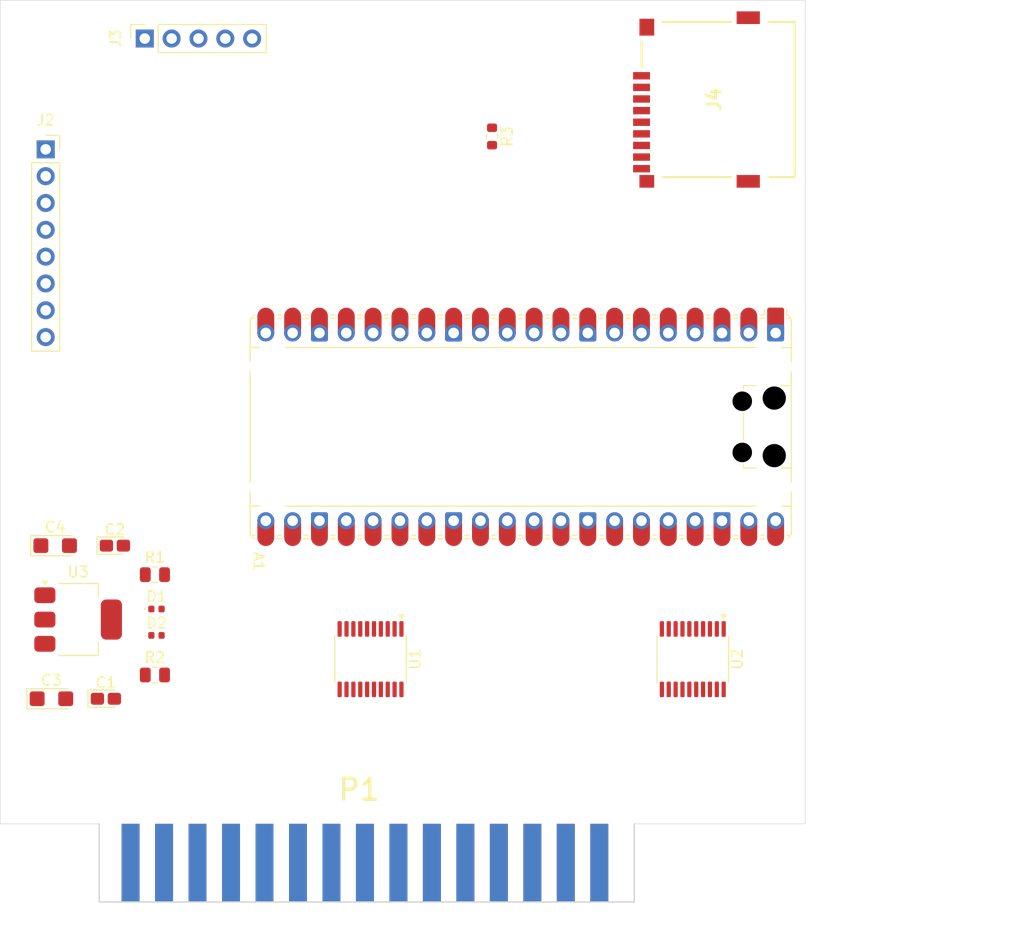
<source format=kicad_pcb>
(kicad_pcb (version 20241229) (generator "pcbnew") (generator_version "9.0")
  (layers (0 "F.Cu" signal) (2 "B.Cu" signal) (13 "F.Paste" user) (15 "B.Paste" user) (5 "F.SilkS" user "F.Silkscreen") (7 "B.SilkS" user "B.Silkscreen") (1 "F.Mask" user) (3 "B.Mask" user) (25 "Edge.Cuts" user))
  (net 0 "")
  (net 1 "A3")
  (net 2 "A2")
  (net 3 "IDREQ")
  (net 4 "D3")
  (net 5 "GND")
  (net 6 "A0")
  (net 7 "B_BTN")
  (net 8 "C_BTN")
  (net 10 "A1")
  (net 11 "CS_SD")
  (net 14 "+5V")
  (net 15 "BRD")
  (net 16 "A_BTN")
  (net 17 "CS_OLED")
  (net 18 "D5")
  (net 19 "D4")
  (net 20 "BWR")
  (net 21 "D6")
  (net 22 "{slash}IDREQ")
  (net 23 "OE_ACT")
  (net 25 "D2")
  (net 26 "SELECT")
  (net 27 "D7")
  (net 29 "D1")
  (net 30 "D0")
  (net 32 "IO0")
  (net 33 "IO3")
  (net 34 "ORES")
  (net 35 "IO5")
  (net 36 "IO1")
  (net 37 "IO4")
  (net 38 "IO7")
  (net 39 "IO2")
  (net 40 "IO6")
  (net 42 "MOSI")
  (net 44 "SCLK")
  (net 45 "MISO")
  (net 46 "IO A1")
  (net 48 "IO 8MHz")
  (net 49 "IO A3")
  (net 50 "IO A0")
  (net 51 "{slash}BRD")
  (net 52 "{slash}BWR")
  (net 53 "-12V")
  (net 54 "+12V")
  (net 55 "{slash}SELECT")
  (net 56 "{slash}ID REQ")
  (net 57 "IO A2")
  (net 58 "{slash}IO INT")
  (net 60 "{slash}BIO RES")
  (net 62 "ODC")
  (net 67 "Net-(D1-A)")
  (net 68 "Net-(D2-A)")
  (footprint "LED_SMD:LED_0402_1005Metric" (layer "F.Cu") (at 123.485 129.75)
    (property "Reference" "D1" (at 0 -1.17 0) (layer "F.SilkS"))
    (property "Value" "LED")
    (fp_circle (center -1.09 0) (end -1.04 0) (stroke (width 0.1)) (fill no) (layer "F.SilkS"))
    (pad "1" smd roundrect (at -0.485 0) (size 0.59 0.64) (layers "F.Cu" "F.Mask" "F.Paste") (net 23 "OE_ACT"))
    (pad "2" smd roundrect (at 0.485 0) (size 0.59 0.64) (layers "F.Cu" "F.Mask" "F.Paste") (net 67 "Net-(D1-A)"))
  )
  (footprint "Package_SO:TSSOP-20_4.4x6.5mm_P0.65mm" (layer "F.Cu") (at 143.75 134.5 -90)
    (property "Reference" "U1" (at 0 -4.2 90) (layer "F.SilkS"))
    (property "Value" "TXS0108EPW")
    (fp_line (start 0 3.385) (end -2.2 3.385) (stroke (width 0.12)) (layer "F.SilkS"))
    (fp_line (start 0 3.385) (end 2.2 3.385) (stroke (width 0.12)) (layer "F.SilkS"))
    (fp_line (start 0 -3.385) (end -2.2 -3.385) (stroke (width 0.12)) (layer "F.SilkS"))
    (fp_line (start 0 -3.385) (end 2.2 -3.385) (stroke (width 0.12)) (layer "F.SilkS"))
    (fp_poly (pts (xy -3.86 -2.925) (xy -4.19 -2.685) (xy -4.19 -3.165)) (stroke (width 0.12)) (fill yes) (layer "F.SilkS"))
    (pad "1" smd roundrect (at -2.8625 -2.925 270) (size 1.475 0.4) (layers "F.Cu" "F.Mask" "F.Paste") (net 6 "A0"))
    (pad "2" smd roundrect (at -2.8625 -2.275 270) (size 1.475 0.4) (layers "F.Cu" "F.Mask" "F.Paste") (net 23 "OE_ACT"))
    (pad "3" smd roundrect (at -2.8625 -1.625 270) (size 1.475 0.4) (layers "F.Cu" "F.Mask" "F.Paste") (net 10 "A1"))
    (pad "4" smd roundrect (at -2.8625 -0.975 270) (size 1.475 0.4) (layers "F.Cu" "F.Mask" "F.Paste") (net 2 "A2"))
    (pad "5" smd roundrect (at -2.8625 -0.325 270) (size 1.475 0.4) (layers "F.Cu" "F.Mask" "F.Paste") (net 1 "A3"))
    (pad "6" smd roundrect (at -2.8625 0.325 270) (size 1.475 0.4) (layers "F.Cu" "F.Mask" "F.Paste") (net 26 "SELECT"))
    (pad "7" smd roundrect (at -2.8625 0.975 270) (size 1.475 0.4) (layers "F.Cu" "F.Mask" "F.Paste") (net 15 "BRD"))
    (pad "8" smd roundrect (at -2.8625 1.625 270) (size 1.475 0.4) (layers "F.Cu" "F.Mask" "F.Paste") (net 20 "BWR"))
    (pad "9" smd roundrect (at -2.8625 2.275 270) (size 1.475 0.4) (layers "F.Cu" "F.Mask" "F.Paste") (net 3 "IDREQ"))
    (pad "10" smd roundrect (at -2.8625 2.925 270) (size 1.475 0.4) (layers "F.Cu" "F.Mask" "F.Paste") (net 23 "OE_ACT"))
    (pad "11" smd roundrect (at 2.8625 2.925 270) (size 1.475 0.4) (layers "F.Cu" "F.Mask" "F.Paste") (net 5 "GND"))
    (pad "12" smd roundrect (at 2.8625 2.275 270) (size 1.475 0.4) (layers "F.Cu" "F.Mask" "F.Paste") (net 22 "{slash}IDREQ"))
    (pad "13" smd roundrect (at 2.8625 1.625 270) (size 1.475 0.4) (layers "F.Cu" "F.Mask" "F.Paste") (net 52 "{slash}BWR"))
    (pad "14" smd roundrect (at 2.8625 0.975 270) (size 1.475 0.4) (layers "F.Cu" "F.Mask" "F.Paste") (net 51 "{slash}BRD"))
    (pad "15" smd roundrect (at 2.8625 0.325 270) (size 1.475 0.4) (layers "F.Cu" "F.Mask" "F.Paste") (net 55 "{slash}SELECT"))
    (pad "16" smd roundrect (at 2.8625 -0.325 270) (size 1.475 0.4) (layers "F.Cu" "F.Mask" "F.Paste") (net 49 "IO A3"))
    (pad "17" smd roundrect (at 2.8625 -0.975 270) (size 1.475 0.4) (layers "F.Cu" "F.Mask" "F.Paste") (net 57 "IO A2"))
    (pad "18" smd roundrect (at 2.8625 -1.625 270) (size 1.475 0.4) (layers "F.Cu" "F.Mask" "F.Paste") (net 46 "IO A1"))
    (pad "19" smd roundrect (at 2.8625 -2.275 270) (size 1.475 0.4) (layers "F.Cu" "F.Mask" "F.Paste") (net 14 "+5V"))
    (pad "20" smd roundrect (at 2.8625 -2.925 270) (size 1.475 0.4) (layers "F.Cu" "F.Mask" "F.Paste") (net 50 "IO A0"))
  )
  (footprint "Connector_PinSocket_2.54mm:PinSocket_1x05_P2.54mm_Vertical" (layer "F.Cu") (at 122.38 75.725 90)
    (property "Reference" "J3" (at 0 -2.77 90) (layer "F.SilkS"))
    (property "Value" "Buttons")
    (fp_line (start 1.33 -1.33) (end 1.33 0) (stroke (width 0.12)) (layer "F.SilkS"))
    (fp_line (start 0 -1.33) (end 1.33 -1.33) (stroke (width 0.12)) (layer "F.SilkS"))
    (fp_line (start 1.33 1.27) (end 1.33 11.49) (stroke (width 0.12)) (layer "F.SilkS"))
    (fp_line (start -1.33 1.27) (end 1.33 1.27) (stroke (width 0.12)) (layer "F.SilkS"))
    (fp_line (start -1.33 1.27) (end -1.33 11.49) (stroke (width 0.12)) (layer "F.SilkS"))
    (fp_line (start -1.33 11.49) (end 1.33 11.49) (stroke (width 0.12)) (layer "F.SilkS"))
    (pad "1" thru_hole rect (at 0 0 90) (size 1.7 1.7) (drill 1) (layers "*.Cu" "*.Mask") (net 16 "A_BTN"))
    (pad "2" thru_hole circle (at 0 2.54 90) (size 1.7 1.7) (drill 1) (layers "*.Cu" "*.Mask") (net 7 "B_BTN"))
    (pad "3" thru_hole circle (at 0 5.08 90) (size 1.7 1.7) (drill 1) (layers "*.Cu" "*.Mask") (net 8 "C_BTN"))
    (pad "4" thru_hole circle (at 0 7.62 90) (size 1.7 1.7) (drill 1) (layers "*.Cu" "*.Mask") (net 23 "OE_ACT"))
    (pad "5" thru_hole circle (at 0 10.16 90) (size 1.7 1.7) (drill 1) (layers "*.Cu" "*.Mask") (net 5 "GND"))
  )
  (footprint "Connector_PinSocket_2.54mm:PinSocket_1x08_P2.54mm_Vertical" (layer "F.Cu") (at 113 86.22)
    (property "Reference" "J2" (at 0 -2.77 0) (layer "F.SilkS"))
    (property "Value" "OLED Display")
    (fp_line (start -1.33 1.27) (end -1.33 19.11) (stroke (width 0.12)) (layer "F.SilkS"))
    (fp_line (start -1.33 1.27) (end 1.33 1.27) (stroke (width 0.12)) (layer "F.SilkS"))
    (fp_line (start -1.33 19.11) (end 1.33 19.11) (stroke (width 0.12)) (layer "F.SilkS"))
    (fp_line (start 0 -1.33) (end 1.33 -1.33) (stroke (width 0.12)) (layer "F.SilkS"))
    (fp_line (start 1.33 -1.33) (end 1.33 0) (stroke (width 0.12)) (layer "F.SilkS"))
    (fp_line (start 1.33 1.27) (end 1.33 19.11) (stroke (width 0.12)) (layer "F.SilkS"))
    (pad "1" thru_hole rect (at 0 0) (size 1.7 1.7) (drill 1) (layers "*.Cu" "*.Mask") (net 5 "GND"))
    (pad "2" thru_hole circle (at 0 2.54) (size 1.7 1.7) (drill 1) (layers "*.Cu" "*.Mask") (net 23 "OE_ACT"))
    (pad "3" thru_hole circle (at 0 5.08) (size 1.7 1.7) (drill 1) (layers "*.Cu" "*.Mask") (net 44 "SCLK"))
    (pad "4" thru_hole circle (at 0 7.62) (size 1.7 1.7) (drill 1) (layers "*.Cu" "*.Mask") (net 42 "MOSI"))
    (pad "5" thru_hole circle (at 0 10.16) (size 1.7 1.7) (drill 1) (layers "*.Cu" "*.Mask") (net 34 "ORES"))
    (pad "6" thru_hole circle (at 0 12.7) (size 1.7 1.7) (drill 1) (layers "*.Cu" "*.Mask") (net 62 "ODC"))
    (pad "7" thru_hole circle (at 0 15.24) (size 1.7 1.7) (drill 1) (layers "*.Cu" "*.Mask") (net 17 "CS_OLED"))
    (pad "8" thru_hole circle (at 0 17.78) (size 1.7 1.7) (drill 1) (layers "*.Cu" "*.Mask"))
  )
  (footprint "Module:RaspberryPi_Pico_Common_Unspecified" (layer "F.Cu") (at 157.9625 112.5 -90)
    (property "Reference" "A1" (at 11.7475 24.765 270) (layer "F.SilkS") (effects (justify left)))
    (property "Value" "RaspberryPi_Pico_W")
    (fp_line (start -10 25.61) (end -6.162061 25.61) (stroke (width 0.12)) (layer "F.SilkS"))
    (fp_line (start -3.6 25.61) (end -5.237939 25.61) (stroke (width 0.12)) (layer "F.SilkS"))
    (fp_line (start 3.6 25.61) (end -3.6 25.61) (stroke (width 0.12)) (layer "F.SilkS"))
    (fp_line (start 5.237939 25.61) (end 3.6 25.61) (stroke (width 0.12)) (layer "F.SilkS"))
    (fp_line (start 6.162061 25.61) (end 10 25.61) (stroke (width 0.12)) (layer "F.SilkS"))
    (fp_line (start -10.27 25.189937) (end -10.27 25.547) (stroke (width 0.12)) (layer "F.SilkS"))
    (fp_line (start 10.27 25.189937) (end 10.27 25.547) (stroke (width 0.12)) (layer "F.SilkS"))
    (fp_line (start -7.51 24.69648) (end -7.51 25.61) (stroke (width 0.12)) (layer "F.SilkS"))
    (fp_line (start 7.51 24.69648) (end 7.51 25.61) (stroke (width 0.12)) (layer "F.SilkS"))
    (fp_line (start -10.61 22.65) (end -10.61 23.07) (stroke (width 0.12)) (layer "F.SilkS"))
    (fp_line (start -10.27 22.65) (end -10.27 23.07) (stroke (width 0.12)) (layer "F.SilkS"))
    (fp_line (start 10.27 22.65) (end 10.27 23.07) (stroke (width 0.12)) (layer "F.SilkS"))
    (fp_line (start 10.61 22.65) (end 10.61 23.07) (stroke (width 0.12)) (layer "F.SilkS"))
    (fp_line (start -10.61 20.11) (end -10.61 20.53) (stroke (width 0.12)) (layer "F.SilkS"))
    (fp_line (start -10.27 20.11) (end -10.27 20.53) (stroke (width 0.12)) (layer "F.SilkS"))
    (fp_line (start 10.27 20.11) (end 10.27 20.53) (stroke (width 0.12)) (layer "F.SilkS"))
    (fp_line (start 10.61 20.11) (end 10.61 20.53) (stroke (width 0.12)) (layer "F.SilkS"))
    (fp_line (start -10.61 17.57) (end -10.61 17.99) (stroke (width 0.12)) (layer "F.SilkS"))
    (fp_line (start -10.27 17.57) (end -10.27 17.99) (stroke (width 0.12)) (layer "F.SilkS"))
    (fp_line (start 10.27 17.57) (end 10.27 17.99) (stroke (width 0.12)) (layer "F.SilkS"))
    (fp_line (start 10.61 17.57) (end 10.61 17.99) (stroke (width 0.12)) (layer "F.SilkS"))
    (fp_line (start -10.61 15.03) (end -10.61 15.45) (stroke (width 0.12)) (layer "F.SilkS"))
    (fp_line (start -10.27 15.03) (end -10.27 15.45) (stroke (width 0.12)) (layer "F.SilkS"))
    (fp_line (start 10.27 15.03) (end 10.27 15.45) (stroke (width 0.12)) (layer "F.SilkS"))
    (fp_line (start 10.61 15.03) (end 10.61 15.45) (stroke (width 0.12)) (layer "F.SilkS"))
    (fp_line (start -10.61 12.49) (end -10.61 12.91) (stroke (width 0.12)) (layer "F.SilkS"))
    (fp_line (start -10.27 12.49) (end -10.27 12.91) (stroke (width 0.12)) (layer "F.SilkS"))
    (fp_line (start 10.27 12.49) (end 10.27 12.91) (stroke (width 0.12)) (layer "F.SilkS"))
    (fp_line (start 10.61 12.49) (end 10.61 12.91) (stroke (width 0.12)) (layer "F.SilkS"))
    (fp_line (start -10.61 9.95) (end -10.61 10.37) (stroke (width 0.12)) (layer "F.SilkS"))
    (fp_line (start -10.27 9.95) (end -10.27 10.37) (stroke (width 0.12)) (layer "F.SilkS"))
    (fp_line (start 10.27 9.95) (end 10.27 10.37) (stroke (width 0.12)) (layer "F.SilkS"))
    (fp_line (start 10.61 9.95) (end 10.61 10.37) (stroke (width 0.12)) (layer "F.SilkS"))
    (fp_line (start -10.61 7.41) (end -10.61 7.83) (stroke (width 0.12)) (layer "F.SilkS"))
    (fp_line (start -10.27 7.41) (end -10.27 7.83) (stroke (width 0.12)) (layer "F.SilkS"))
    (fp_line (start 10.27 7.41) (end 10.27 7.83) (stroke (width 0.12)) (layer "F.SilkS"))
    (fp_line (start 10.61 7.41) (end 10.61 7.83) (stroke (width 0.12)) (layer "F.SilkS"))
    (fp_line (start -10.61 4.87) (end -10.61 5.29) (stroke (width 0.12)) (layer "F.SilkS"))
    (fp_line (start -10.27 4.87) (end -10.27 5.29) (stroke (width 0.12)) (layer "F.SilkS"))
    (fp_line (start 10.27 4.87) (end 10.27 5.29) (stroke (width 0.12)) (layer "F.SilkS"))
    (fp_line (start 10.61 4.87) (end 10.61 5.29) (stroke (width 0.12)) (layer "F.SilkS"))
    (fp_line (start -10.61 2.33) (end -10.61 2.75) (stroke (width 0.12)) (layer "F.SilkS"))
    (fp_line (start -10.27 2.33) (end -10.27 2.75) (stroke (width 0.12)) (layer "F.SilkS"))
    (fp_line (start 10.27 2.33) (end 10.27 2.75) (stroke (width 0.12)) (layer "F.SilkS"))
    (fp_line (start 10.61 2.33) (end 10.61 2.75) (stroke (width 0.12)) (layer "F.SilkS"))
    (fp_line (start -10.61 -0.21) (end -10.61 0.21) (stroke (width 0.12)) (layer "F.SilkS"))
    (fp_line (start -10.27 -0.21) (end -10.27 0.21) (stroke (width 0.12)) (layer "F.SilkS"))
    (fp_line (start 10.27 -0.21) (end 10.27 0.21) (stroke (width 0.12)) (layer "F.SilkS"))
    (fp_line (start 10.61 -0.21) (end 10.61 0.21) (stroke (width 0.12)) (layer "F.SilkS"))
    (fp_line (start -10.61 -2.75) (end -10.61 -2.33) (stroke (width 0.12)) (layer "F.SilkS"))
    (fp_line (start -10.27 -2.75) (end -10.27 -2.33) (stroke (width 0.12)) (layer "F.SilkS"))
    (fp_line (start 10.27 -2.75) (end 10.27 -2.33) (stroke (width 0.12)) (layer "F.SilkS"))
    (fp_line (start 10.61 -2.75) (end 10.61 -2.33) (stroke (width 0.12)) (layer "F.SilkS"))
    (fp_line (start -10.61 -5.29) (end -10.61 -4.87) (stroke (width 0.12)) (layer "F.SilkS"))
    (fp_line (start -10.27 -5.29) (end -10.27 -4.87) (stroke (width 0.12)) (layer "F.SilkS"))
    (fp_line (start 10.27 -5.29) (end 10.27 -4.87) (stroke (width 0.12)) (layer "F.SilkS"))
    (fp_line (start 10.61 -5.29) (end 10.61 -4.87) (stroke (width 0.12)) (layer "F.SilkS"))
    (fp_line (start -10.61 -7.83) (end -10.61 -7.41) (stroke (width 0.12)) (layer "F.SilkS"))
    (fp_line (start -10.27 -7.83) (end -10.27 -7.41) (stroke (width 0.12)) (layer "F.SilkS"))
    (fp_line (start 10.27 -7.83) (end 10.27 -7.41) (stroke (width 0.12)) (layer "F.SilkS"))
    (fp_line (start 10.61 -7.83) (end 10.61 -7.41) (stroke (width 0.12)) (layer "F.SilkS"))
    (fp_line (start -10.61 -10.37) (end -10.61 -9.95) (stroke (width 0.12)) (layer "F.SilkS"))
    (fp_line (start -10.27 -10.37) (end -10.27 -9.95) (stroke (width 0.12)) (layer "F.SilkS"))
    (fp_line (start 10.27 -10.37) (end 10.27 -9.95) (stroke (width 0.12)) (layer "F.SilkS"))
    (fp_line (start 10.61 -10.37) (end 10.61 -9.95) (stroke (width 0.12)) (layer "F.SilkS"))
    (fp_line (start -10.61 -12.91) (end -10.61 -12.49) (stroke (width 0.12)) (layer "F.SilkS"))
    (fp_line (start -10.27 -12.91) (end -10.27 -12.49) (stroke (width 0.12)) (layer "F.SilkS"))
    (fp_line (start 10.27 -12.91) (end 10.27 -12.49) (stroke (width 0.12)) (layer "F.SilkS"))
    (fp_line (start 10.61 -12.91) (end 10.61 -12.49) (stroke (width 0.12)) (layer "F.SilkS"))
    (fp_line (start -10.61 -15.45) (end -10.61 -15.03) (stroke (width 0.12)) (layer "F.SilkS"))
    (fp_line (start -10.27 -15.45) (end -10.27 -15.03) (stroke (width 0.12)) (layer "F.SilkS"))
    (fp_line (start 10.27 -15.45) (end 10.27 -15.03) (stroke (width 0.12)) (layer "F.SilkS"))
    (fp_line (start 10.61 -15.45) (end 10.61 -15.03) (stroke (width 0.12)) (layer "F.SilkS"))
    (fp_line (start -10.61 -17.99) (end -10.61 -17.57) (stroke (width 0.12)) (layer "F.SilkS"))
    (fp_line (start -10.27 -17.99) (end -10.27 -17.57) (stroke (width 0.12)) (layer "F.SilkS"))
    (fp_line (start 10.27 -17.99) (end 10.27 -17.57) (stroke (width 0.12)) (layer "F.SilkS"))
    (fp_line (start 10.61 -17.99) (end 10.61 -17.57) (stroke (width 0.12)) (layer "F.SilkS"))
    (fp_line (start -10.61 -20.53) (end -10.61 -20.11) (stroke (width 0.12)) (layer "F.SilkS"))
    (fp_line (start -10.27 -20.53) (end -10.27 -20.11) (stroke (width 0.12)) (layer "F.SilkS"))
    (fp_line (start 10.27 -20.53) (end 10.27 -20.11) (stroke (width 0.12)) (layer "F.SilkS"))
    (fp_line (start 10.61 -20.53) (end 10.61 -20.11) (stroke (width 0.12)) (layer "F.SilkS"))
    (fp_line (start -3.9 -21.09) (end -3.60391 -21.09) (stroke (width 0.12)) (layer "F.SilkS"))
    (fp_line (start -1.24609 -21.09) (end 1.24609 -21.09) (stroke (width 0.12)) (layer "F.SilkS"))
    (fp_line (start 3.60391 -21.09) (end 3.9 -21.09) (stroke (width 0.12)) (layer "F.SilkS"))
    (fp_line (start -7.51 -22.30352) (end -7.51 22.30352) (stroke (width 0.12)) (layer "F.SilkS"))
    (fp_line (start 7.51 -22.30352) (end 7.51 22.30352) (stroke (width 0.12)) (layer "F.SilkS"))
    (fp_line (start -3.9 -22.306) (end -3.9 -21.09) (stroke (width 0.12)) (layer "F.SilkS"))
    (fp_line (start 3.9 -22.306) (end 3.9 -21.09) (stroke (width 0.12)) (layer "F.SilkS"))
    (fp_line (start -10.61 -23.07) (end -10.61 -22.65) (stroke (width 0.12)) (layer "F.SilkS"))
    (fp_line (start -10.61 -23.07) (end -11.09 -23.07) (stroke (width 0.12)) (layer "F.SilkS"))
    (fp_line (start -10.27 -23.07) (end -10.27 -22.65) (stroke (width 0.12)) (layer "F.SilkS"))
    (fp_line (start 10.27 -23.07) (end 10.27 -22.65) (stroke (width 0.12)) (layer "F.SilkS"))
    (fp_line (start 10.61 -23.07) (end 10.61 -22.65) (stroke (width 0.12)) (layer "F.SilkS"))
    (fp_line (start -10.27 -25.189937) (end -10.27 -25.547) (stroke (width 0.12)) (layer "F.SilkS"))
    (fp_line (start 10.27 -25.189937) (end 10.27 -25.547) (stroke (width 0.12)) (layer "F.SilkS"))
    (fp_line (start -10.579676 -25.19) (end -11.09 -25.19) (stroke (width 0.12)) (layer "F.SilkS"))
    (fp_line (start -10 -25.61) (end -7.51 -25.61) (stroke (width 0.12)) (layer "F.SilkS"))
    (fp_line (start -7.51 -25.61) (end -7.51 -24.69648) (stroke (width 0.12)) (layer "F.SilkS"))
    (fp_line (start -7.51 -25.61) (end -6.16206 -25.61) (stroke (width 0.12)) (layer "F.SilkS"))
    (fp_line (start -5.237939 -25.61) (end -4.235 -25.61) (stroke (width 0.12)) (layer "F.SilkS"))
    (fp_line (start -4.235 -25.61) (end 4.235 -25.61) (stroke (width 0.12)) (layer "F.SilkS"))
    (fp_line (start -3.9 -25.61) (end -3.9 -24.694) (stroke (width 0.12)) (layer "F.SilkS"))
    (fp_line (start 3.9 -25.61) (end 3.9 -24.694) (stroke (width 0.12)) (layer "F.SilkS"))
    (fp_line (start 4.235 -25.61) (end 5.237939 -25.61) (stroke (width 0.12)) (layer "F.SilkS"))
    (fp_line (start 6.162061 -25.61) (end 7.51 -25.61) (stroke (width 0.12)) (layer "F.SilkS"))
    (fp_line (start 7.51 -25.61) (end 7.51 -24.69648) (stroke (width 0.12)) (layer "F.SilkS"))
    (fp_line (start 10 -25.61) (end 7.51 -25.61) (stroke (width 0.12)) (layer "F.SilkS"))
    (fp_arc (start -10 25.61) (mid -10.357937 25.493944) (end -10.579676 25.189937) (stroke (width 0.12)) (layer "F.SilkS"))
    (fp_arc (start 10.579676 25.189937) (mid 10.357946 25.493957) (end 10 25.61) (stroke (width 0.12)) (layer "F.SilkS"))
    (fp_arc (start -10.579676 -25.19) (mid -10.357938 -25.493944) (end -10 -25.61) (stroke (width 0.12)) (layer "F.SilkS"))
    (fp_arc (start 10 -25.61) (mid 10.357937 -25.493944) (end 10.579676 -25.189937) (stroke (width 0.12)) (layer "F.SilkS"))
    (pad "" np_thru_hole circle (at -2.725 -24 270) (size 2.2 2.2) (drill 2.2) (layers "*.Mask"))
    (pad "" np_thru_hole circle (at -2.425 -20.97 270) (size 1.85 1.85) (drill 1.85) (layers "*.Mask"))
    (pad "" np_thru_hole circle (at 2.425 -20.97 270) (size 1.85 1.85) (drill 1.85) (layers "*.Mask"))
    (pad "" np_thru_hole circle (at 2.725 -24 270) (size 2.2 2.2) (drill 2.2) (layers "*.Mask"))
    (pad "1" smd custom (at -9.69 -24.13 270) (size 1.6 0.8) (layers "F.Cu" "F.Mask") (net 30 "D0") (options (clearance outline) (anchor rect)) (primitives (gr_circle (center 0.8 0) (end 1.6 0) (width 0) (fill yes)) (gr_poly (pts (xy -1.6 -0.6) (xy -1.6 0.6) (xy -1.4 0.8) (xy 0.8 0.8) (xy 0.8 -0.8) (xy -1.4 -0.8)) (width 0) (fill yes)) (gr_circle (center -1.4 -0.6) (end -1.2 -0.6) (width 0) (fill yes)) (gr_circle (center -1.4 0.6) (end -1.2 0.6) (width 0) (fill yes))))
    (pad "1" thru_hole roundrect (at -8.89 -24.13 270) (size 1.6 1.6) (drill 1) (layers "*.Cu" "*.Mask") (roundrect_rratio 0.125) (net 30 "D0"))
    (pad "2" smd roundrect (at -9.69 -21.59 270) (size 3.2 1.6) (layers "F.Cu" "F.Mask") (roundrect_rratio 0.5) (net 29 "D1"))
    (pad "2" thru_hole circle (at -8.89 -21.59 270) (size 1.6 1.6) (drill 1) (layers "*.Cu" "*.Mask") (net 29 "D1"))
    (pad "3" smd custom (at -9.69 -19.05 270) (size 1.6 0.8) (layers "F.Cu" "F.Mask") (net 5 "GND") (options (clearance outline) (anchor rect)) (primitives (gr_circle (center -0.8 0) (end 0 0) (width 0) (fill yes)) (gr_poly (pts (xy 1.6 -0.6) (xy 1.6 0.6) (xy 1.4 0.8) (xy -0.8 0.8) (xy -0.8 -0.8) (xy 1.4 -0.8)) (width 0) (fill yes)) (gr_circle (center 1.4 -0.6) (end 1.6 -0.6) (width 0) (fill yes)) (gr_circle (center 1.4 0.6) (end 1.6 0.6) (width 0) (fill yes))))
    (pad "3" thru_hole custom (at -8.89 -19.05 270) (size 1.6 1.6) (drill 1) (layers "*.Cu" "*.Mask") (net 5 "GND") (options (clearance outline) (anchor circle)) (primitives (gr_poly (pts (xy 0.8 0.6) (xy 0.8 -0.6) (xy 0.6 -0.8) (xy 0 -0.8) (xy 0 0.8) (xy 0.6 0.8)) (width 0) (fill yes)) (gr_circle (center 0.6 0.6) (end 0.8 0.6) (width 0) (fill yes)) (gr_circle (center 0.6 -0.6) (end 0.8 -0.6) (width 0) (fill yes))))
    (pad "4" smd roundrect (at -9.69 -16.51 270) (size 3.2 1.6) (layers "F.Cu" "F.Mask") (roundrect_rratio 0.5) (net 25 "D2"))
    (pad "4" thru_hole circle (at -8.89 -16.51 270) (size 1.6 1.6) (drill 1) (layers "*.Cu" "*.Mask") (net 25 "D2"))
    (pad "5" smd roundrect (at -9.69 -13.97 270) (size 3.2 1.6) (layers "F.Cu" "F.Mask") (roundrect_rratio 0.5) (net 4 "D3"))
    (pad "5" thru_hole circle (at -8.89 -13.97 270) (size 1.6 1.6) (drill 1) (layers "*.Cu" "*.Mask") (net 4 "D3"))
    (pad "6" smd roundrect (at -9.69 -11.43 270) (size 3.2 1.6) (layers "F.Cu" "F.Mask") (roundrect_rratio 0.5) (net 19 "D4"))
    (pad "6" thru_hole circle (at -8.89 -11.43 270) (size 1.6 1.6) (drill 1) (layers "*.Cu" "*.Mask") (net 19 "D4"))
    (pad "7" smd roundrect (at -9.69 -8.89 270) (size 3.2 1.6) (layers "F.Cu" "F.Mask") (roundrect_rratio 0.5) (net 18 "D5"))
    (pad "7" thru_hole circle (at -8.89 -8.89 270) (size 1.6 1.6) (drill 1) (layers "*.Cu" "*.Mask") (net 18 "D5"))
    (pad "8" smd custom (at -9.69 -6.35 270) (size 1.6 0.8) (layers "F.Cu" "F.Mask") (net 5 "GND") (options (clearance outline) (anchor rect)) (primitives (gr_circle (center -0.8 0) (end 0 0) (width 0) (fill yes)) (gr_poly (pts (xy 1.6 -0.6) (xy 1.6 0.6) (xy 1.4 0.8) (xy -0.8 0.8) (xy -0.8 -0.8) (xy 1.4 -0.8)) (width 0) (fill yes)) (gr_circle (center 1.4 -0.6) (end 1.6 -0.6) (width 0) (fill yes)) (gr_circle (center 1.4 0.6) (end 1.6 0.6) (width 0) (fill yes))))
    (pad "8" thru_hole custom (at -8.89 -6.35 270) (size 1.6 1.6) (drill 1) (layers "*.Cu" "*.Mask") (net 5 "GND") (options (clearance outline) (anchor circle)) (primitives (gr_poly (pts (xy 0.8 0.6) (xy 0.8 -0.6) (xy 0.6 -0.8) (xy 0 -0.8) (xy 0 0.8) (xy 0.6 0.8)) (width 0) (fill yes)) (gr_circle (center 0.6 0.6) (end 0.8 0.6) (width 0) (fill yes)) (gr_circle (center 0.6 -0.6) (end 0.8 -0.6) (width 0) (fill yes))))
    (pad "9" smd roundrect (at -9.69 -3.81 270) (size 3.2 1.6) (layers "F.Cu" "F.Mask") (roundrect_rratio 0.5) (net 21 "D6"))
    (pad "9" thru_hole circle (at -8.89 -3.81 270) (size 1.6 1.6) (drill 1) (layers "*.Cu" "*.Mask") (net 21 "D6"))
    (pad "10" smd roundrect (at -9.69 -1.27 270) (size 3.2 1.6) (layers "F.Cu" "F.Mask") (roundrect_rratio 0.5) (net 27 "D7"))
    (pad "10" thru_hole circle (at -8.89 -1.27 270) (size 1.6 1.6) (drill 1) (layers "*.Cu" "*.Mask") (net 27 "D7"))
    (pad "11" smd roundrect (at -9.69 1.27 270) (size 3.2 1.6) (layers "F.Cu" "F.Mask") (roundrect_rratio 0.5) (net 6 "A0"))
    (pad "11" thru_hole circle (at -8.89 1.27 270) (size 1.6 1.6) (drill 1) (layers "*.Cu" "*.Mask") (net 6 "A0"))
    (pad "12" smd roundrect (at -9.69 3.81 270) (size 3.2 1.6) (layers "F.Cu" "F.Mask") (roundrect_rratio 0.5) (net 10 "A1"))
    (pad "12" thru_hole circle (at -8.89 3.81 270) (size 1.6 1.6) (drill 1) (layers "*.Cu" "*.Mask") (net 10 "A1"))
    (pad "13" smd custom (at -9.69 6.35 270) (size 1.6 0.8) (layers "F.Cu" "F.Mask") (net 5 "GND") (options (clearance outline) (anchor rect)) (primitives (gr_circle (center -0.8 0) (end 0 0) (width 0) (fill yes)) (gr_poly (pts (xy 1.6 -0.6) (xy 1.6 0.6) (xy 1.4 0.8) (xy -0.8 0.8) (xy -0.8 -0.8) (xy 1.4 -0.8)) (width 0) (fill yes)) (gr_circle (center 1.4 -0.6) (end 1.6 -0.6) (width 0) (fill yes)) (gr_circle (center 1.4 0.6) (end 1.6 0.6) (width 0) (fill yes))))
    (pad "13" thru_hole custom (at -8.89 6.35 270) (size 1.6 1.6) (drill 1) (layers "*.Cu" "*.Mask") (net 5 "GND") (options (clearance outline) (anchor circle)) (primitives (gr_poly (pts (xy 0.8 0.6) (xy 0.8 -0.6) (xy 0.6 -0.8) (xy 0 -0.8) (xy 0 0.8) (xy 0.6 0.8)) (width 0) (fill yes)) (gr_circle (center 0.6 0.6) (end 0.8 0.6) (width 0) (fill yes)) (gr_circle (center 0.6 -0.6) (end 0.8 -0.6) (width 0) (fill yes))))
    (pad "14" smd roundrect (at -9.69 8.89 270) (size 3.2 1.6) (layers "F.Cu" "F.Mask") (roundrect_rratio 0.5) (net 2 "A2"))
    (pad "14" thru_hole circle (at -8.89 8.89 270) (size 1.6 1.6) (drill 1) (layers "*.Cu" "*.Mask") (net 2 "A2"))
    (pad "15" smd roundrect (at -9.69 11.43 270) (size 3.2 1.6) (layers "F.Cu" "F.Mask") (roundrect_rratio 0.5) (net 26 "SELECT"))
    (pad "15" thru_hole circle (at -8.89 11.43 270) (size 1.6 1.6) (drill 1) (layers "*.Cu" "*.Mask") (net 26 "SELECT"))
    (pad "16" smd roundrect (at -9.69 13.97 270) (size 3.2 1.6) (layers "F.Cu" "F.Mask") (roundrect_rratio 0.5) (net 15 "BRD"))
    (pad "16" thru_hole circle (at -8.89 13.97 270) (size 1.6 1.6) (drill 1) (layers "*.Cu" "*.Mask") (net 15 "BRD"))
    (pad "17" smd roundrect (at -9.69 16.51 270) (size 3.2 1.6) (layers "F.Cu" "F.Mask") (roundrect_rratio 0.5) (net 20 "BWR"))
    (pad "17" thru_hole circle (at -8.89 16.51 270) (size 1.6 1.6) (drill 1) (layers "*.Cu" "*.Mask") (net 20 "BWR"))
    (pad "18" smd custom (at -9.69 19.05 270) (size 1.6 0.8) (layers "F.Cu" "F.Mask") (net 5 "GND") (options (clearance outline) (anchor rect)) (primitives (gr_circle (center -0.8 0) (end 0 0) (width 0) (fill yes)) (gr_poly (pts (xy 1.6 -0.6) (xy 1.6 0.6) (xy 1.4 0.8) (xy -0.8 0.8) (xy -0.8 -0.8) (xy 1.4 -0.8)) (width 0) (fill yes)) (gr_circle (center 1.4 -0.6) (end 1.6 -0.6) (width 0) (fill yes)) (gr_circle (center 1.4 0.6) (end 1.6 0.6) (width 0) (fill yes))))
    (pad "18" thru_hole custom (at -8.89 19.05 270) (size 1.6 1.6) (drill 1) (layers "*.Cu" "*.Mask") (net 5 "GND") (options (clearance outline) (anchor circle)) (primitives (gr_poly (pts (xy 0.8 0.6) (xy 0.8 -0.6) (xy 0.6 -0.8) (xy 0 -0.8) (xy 0 0.8) (xy 0.6 0.8)) (width 0) (fill yes)) (gr_circle (center 0.6 0.6) (end 0.8 0.6) (width 0) (fill yes)) (gr_circle (center 0.6 -0.6) (end 0.8 -0.6) (width 0) (fill yes))))
    (pad "19" smd roundrect (at -9.69 21.59 270) (size 3.2 1.6) (layers "F.Cu" "F.Mask") (roundrect_rratio 0.5) (net 3 "IDREQ"))
    (pad "19" thru_hole circle (at -8.89 21.59 270) (size 1.6 1.6) (drill 1) (layers "*.Cu" "*.Mask") (net 3 "IDREQ"))
    (pad "20" smd roundrect (at -9.69 24.13 270) (size 3.2 1.6) (layers "F.Cu" "F.Mask") (roundrect_rratio 0.5) (net 17 "CS_OLED"))
    (pad "20" thru_hole circle (at -8.89 24.13 270) (size 1.6 1.6) (drill 1) (layers "*.Cu" "*.Mask") (net 17 "CS_OLED"))
    (pad "21" thru_hole circle (at 8.89 24.13 270) (size 1.6 1.6) (drill 1) (layers "*.Cu" "*.Mask") (net 45 "MISO"))
    (pad "21" smd roundrect (at 9.69 24.13 270) (size 3.2 1.6) (layers "F.Cu" "F.Mask") (roundrect_rratio 0.5) (net 45 "MISO"))
    (pad "22" thru_hole circle (at 8.89 21.59 270) (size 1.6 1.6) (drill 1) (layers "*.Cu" "*.Mask") (net 11 "CS_SD"))
    (pad "22" smd roundrect (at 9.69 21.59 270) (size 3.2 1.6) (layers "F.Cu" "F.Mask") (roundrect_rratio 0.5) (net 11 "CS_SD"))
    (pad "23" thru_hole custom (at 8.89 19.05 270) (size 1.6 1.6) (drill 1) (layers "*.Cu" "*.Mask") (net 5 "GND") (options (clearance outline) (anchor circle)) (primitives (gr_poly (pts (xy -0.8 0.6) (xy -0.8 -0.6) (xy -0.6 -0.8) (xy 0 -0.8) (xy 0 0.8) (xy -0.6 0.8)) (width 0) (fill yes)) (gr_circle (center -0.6 0.6) (end -0.4 0.6) (width 0) (fill yes)) (gr_circle (center -0.6 -0.6) (end -0.4 -0.6) (width 0) (fill yes))))
    (pad "23" smd custom (at 9.69 19.05 270) (size 1.6 0.8) (layers "F.Cu" "F.Mask") (net 5 "GND") (options (clearance outline) (anchor rect)) (primitives (gr_circle (center 0.8 0) (end 1.6 0) (width 0) (fill yes)) (gr_poly (pts (xy -1.6 -0.6) (xy -1.6 0.6) (xy -1.4 0.8) (xy 0.8 0.8) (xy 0.8 -0.8) (xy -1.4 -0.8)) (width 0) (fill yes)) (gr_circle (center -1.4 -0.6) (end -1.2 -0.6) (width 0) (fill yes)) (gr_circle (center -1.4 0.6) (end -1.2 0.6) (width 0) (fill yes))))
    (pad "24" thru_hole circle (at 8.89 16.51 270) (size 1.6 1.6) (drill 1) (layers "*.Cu" "*.Mask") (net 44 "SCLK"))
    (pad "24" smd roundrect (at 9.69 16.51 270) (size 3.2 1.6) (layers "F.Cu" "F.Mask") (roundrect_rratio 0.5) (net 44 "SCLK"))
    (pad "25" thru_hole circle (at 8.89 13.97 270) (size 1.6 1.6) (drill 1) (layers "*.Cu" "*.Mask") (net 42 "MOSI"))
    (pad "25" smd roundrect (at 9.69 13.97 270) (size 3.2 1.6) (layers "F.Cu" "F.Mask") (roundrect_rratio 0.5) (net 42 "MOSI"))
    (pad "26" thru_hole circle (at 8.89 11.43 270) (size 1.6 1.6) (drill 1) (layers "*.Cu" "*.Mask") (net 16 "A_BTN"))
    (pad "26" smd roundrect (at 9.69 11.43 270) (size 3.2 1.6) (layers "F.Cu" "F.Mask") (roundrect_rratio 0.5) (net 16 "A_BTN"))
    (pad "27" thru_hole circle (at 8.89 8.89 270) (size 1.6 1.6) (drill 1) (layers "*.Cu" "*.Mask") (net 7 "B_BTN"))
    (pad "27" smd roundrect (at 9.69 8.89 270) (size 3.2 1.6) (layers "F.Cu" "F.Mask") (roundrect_rratio 0.5) (net 7 "B_BTN"))
    (pad "28" thru_hole custom (at 8.89 6.35 270) (size 1.6 1.6) (drill 1) (layers "*.Cu" "*.Mask") (net 5 "GND") (options (clearance outline) (anchor circle)) (primitives (gr_poly (pts (xy -0.8 0.6) (xy -0.8 -0.6) (xy -0.6 -0.8) (xy 0 -0.8) (xy 0 0.8) (xy -0.6 0.8)) (width 0) (fill yes)) (gr_circle (center -0.6 0.6) (end -0.4 0.6) (width 0) (fill yes)) (gr_circle (center -0.6 -0.6) (end -0.4 -0.6) (width 0) (fill yes))))
    (pad "28" smd custom (at 9.69 6.35 270) (size 1.6 0.8) (layers "F.Cu" "F.Mask") (net 5 "GND") (options (clearance outline) (anchor rect)) (primitives (gr_circle (center 0.8 0) (end 1.6 0) (width 0) (fill yes)) (gr_poly (pts (xy -1.6 -0.6) (xy -1.6 0.6) (xy -1.4 0.8) (xy 0.8 0.8) (xy 0.8 -0.8) (xy -1.4 -0.8)) (width 0) (fill yes)) (gr_circle (center -1.4 -0.6) (end -1.2 -0.6) (width 0) (fill yes)) (gr_circle (center -1.4 0.6) (end -1.2 0.6) (width 0) (fill yes))))
    (pad "29" thru_hole circle (at 8.89 3.81 270) (size 1.6 1.6) (drill 1) (layers "*.Cu" "*.Mask") (net 8 "C_BTN"))
    (pad "29" smd roundrect (at 9.69 3.81 270) (size 3.2 1.6) (layers "F.Cu" "F.Mask") (roundrect_rratio 0.5) (net 8 "C_BTN"))
    (pad "30" thru_hole circle (at 8.89 1.27 270) (size 1.6 1.6) (drill 1) (layers "*.Cu" "*.Mask"))
    (pad "30" smd roundrect (at 9.69 1.27 270) (size 3.2 1.6) (layers "F.Cu" "F.Mask") (roundrect_rratio 0.5))
    (pad "31" thru_hole circle (at 8.89 -1.27 270) (size 1.6 1.6) (drill 1) (layers "*.Cu" "*.Mask") (net 23 "OE_ACT"))
    (pad "31" smd roundrect (at 9.69 -1.27 270) (size 3.2 1.6) (layers "F.Cu" "F.Mask") (roundrect_rratio 0.5) (net 23 "OE_ACT"))
    (pad "32" thru_hole circle (at 8.89 -3.81 270) (size 1.6 1.6) (drill 1) (layers "*.Cu" "*.Mask") (net 34 "ORES"))
    (pad "32" smd roundrect (at 9.69 -3.81 270) (size 3.2 1.6) (layers "F.Cu" "F.Mask") (roundrect_rratio 0.5) (net 34 "ORES"))
    (pad "33" thru_hole custom (at 8.89 -6.35 270) (size 1.6 1.6) (drill 1) (layers "*.Cu" "*.Mask") (options (clearance outline) (anchor circle)) (primitives (gr_poly (pts (xy -0.8 0.6) (xy -0.8 -0.6) (xy -0.6 -0.8) (xy 0 -0.8) (xy 0 0.8) (xy -0.6 0.8)) (width 0) (fill yes)) (gr_circle (center -0.6 0.6) (end -0.4 0.6) (width 0) (fill yes)) (gr_circle (center -0.6 -0.6) (end -0.4 -0.6) (width 0) (fill yes))))
    (pad "33" smd custom (at 9.69 -6.35 270) (size 1.6 0.8) (layers "F.Cu" "F.Mask") (options (clearance outline) (anchor rect)) (primitives (gr_circle (center 0.8 0) (end 1.6 0) (width 0) (fill yes)) (gr_poly (pts (xy -1.6 -0.6) (xy -1.6 0.6) (xy -1.4 0.8) (xy 0.8 0.8) (xy 0.8 -0.8) (xy -1.4 -0.8)) (width 0) (fill yes)) (gr_circle (center -1.4 -0.6) (end -1.2 -0.6) (width 0) (fill yes)) (gr_circle (center -1.4 0.6) (end -1.2 0.6) (width 0) (fill yes))))
    (pad "34" thru_hole circle (at 8.89 -8.89 270) (size 1.6 1.6) (drill 1) (layers "*.Cu" "*.Mask") (net 62 "ODC"))
    (pad "34" smd roundrect (at 9.69 -8.89 270) (size 3.2 1.6) (layers "F.Cu" "F.Mask") (roundrect_rratio 0.5) (net 62 "ODC"))
    (pad "35" thru_hole circle (at 8.89 -11.43 270) (size 1.6 1.6) (drill 1) (layers "*.Cu" "*.Mask"))
    (pad "35" smd roundrect (at 9.69 -11.43 270) (size 3.2 1.6) (layers "F.Cu" "F.Mask") (roundrect_rratio 0.5))
    (pad "36" thru_hole circle (at 8.89 -13.97 270) (size 1.6 1.6) (drill 1) (layers "*.Cu" "*.Mask") (net 23 "OE_ACT"))
    (pad "36" smd roundrect (at 9.69 -13.97 270) (size 3.2 1.6) (layers "F.Cu" "F.Mask") (roundrect_rratio 0.5) (net 23 "OE_ACT"))
    (pad "37" thru_hole circle (at 8.89 -16.51 270) (size 1.6 1.6) (drill 1) (layers "*.Cu" "*.Mask"))
    (pad "37" smd roundrect (at 9.69 -16.51 270) (size 3.2 1.6) (layers "F.Cu" "F.Mask") (roundrect_rratio 0.5))
    (pad "38" thru_hole custom (at 8.89 -19.05 270) (size 1.6 1.6) (drill 1) (layers "*.Cu" "*.Mask") (net 5 "GND") (options (clearance outline) (anchor circle)) (primitives (gr_poly (pts (xy -0.8 0.6) (xy -0.8 -0.6) (xy -0.6 -0.8) (xy 0 -0.8) (xy 0 0.8) (xy -0.6 0.8)) (width 0) (fill yes)) (gr_circle (center -0.6 0.6) (end -0.4 0.6) (width 0) (fill yes)) (gr_circle (center -0.6 -0.6) (end -0.4 -0.6) (width 0) (fill yes))))
    (pad "38" smd custom (at 9.69 -19.05 270) (size 1.6 0.8) (layers "F.Cu" "F.Mask") (net 5 "GND") (options (clearance outline) (anchor rect)) (primitives (gr_circle (center 0.8 0) (end 1.6 0) (width 0) (fill yes)) (gr_poly (pts (xy -1.6 -0.6) (xy -1.6 0.6) (xy -1.4 0.8) (xy 0.8 0.8) (xy 0.8 -0.8) (xy -1.4 -0.8)) (width 0) (fill yes)) (gr_circle (center -1.4 -0.6) (end -1.2 -0.6) (width 0) (fill yes)) (gr_circle (center -1.4 0.6) (end -1.2 0.6) (width 0) (fill yes))))
    (pad "39" thru_hole circle (at 8.89 -21.59 270) (size 1.6 1.6) (drill 1) (layers "*.Cu" "*.Mask") (net 14 "+5V"))
    (pad "39" smd roundrect (at 9.69 -21.59 270) (size 3.2 1.6) (layers "F.Cu" "F.Mask") (roundrect_rratio 0.5) (net 14 "+5V"))
    (pad "40" thru_hole circle (at 8.89 -24.13 270) (size 1.6 1.6) (drill 1) (layers "*.Cu" "*.Mask"))
    (pad "40" smd roundrect (at 9.69 -24.13 270) (size 3.2 1.6) (layers "F.Cu" "F.Mask") (roundrect_rratio 0.5))
  )
  (footprint "_project_library:MICROSDCARD" (layer "F.Cu") (at 176.25 81.5 90)
    (property "Reference" "J4" (at 0 0 90) (layer "F.SilkS") (effects (font (size 1.27 1.27) (thickness 0.254))))
    (property "Value" "MICRO-SD-CARD" (hide yes))
    (fp_line (start 2.25 -8.15) (end 2.25 -8.15) (stroke (width 0.1)) (layer "F.SilkS"))
    (fp_line (start 2.25 -8.05) (end 2.25 -8.05) (stroke (width 0.1)) (layer "F.SilkS"))
    (fp_line (start 3.05 -6.85) (end 5.5 -6.85) (stroke (width 0.2)) (layer "F.SilkS"))
    (fp_line (start 7.35 -4.85) (end 7.35 1.65) (stroke (width 0.2)) (layer "F.SilkS"))
    (fp_line (start -7.35 -4.85) (end -7.35 1.65) (stroke (width 0.2)) (layer "F.SilkS"))
    (fp_line (start -7.35 5.15) (end -7.35 7.65) (stroke (width 0.2)) (layer "F.SilkS"))
    (fp_line (start 7.35 7.65) (end 7.35 5.15) (stroke (width 0.2)) (layer "F.SilkS"))
    (fp_line (start -7.35 7.65) (end 7.35 7.65) (stroke (width 0.2)) (layer "F.SilkS"))
    (fp_arc (start 2.25 -8.15) (mid 2.3 -8.1) (end 2.25 -8.05) (stroke (width 0.1)) (layer "F.SilkS"))
    (fp_arc (start 2.25 -8.05) (mid 2.2 -8.1) (end 2.25 -8.15) (stroke (width 0.1)) (layer "F.SilkS"))
    (pad "" np_thru_hole circle (at -4.95 3.65 90) (size 1 1) (drill 1) (layers "*.Cu" "*.Mask"))
    (pad "" np_thru_hole circle (at 3.05 3.65 90) (size 1 1) (drill 1) (layers "*.Cu" "*.Mask"))
    (pad "1" smd rect (at 2.25 -6.85 90) (size 0.7 1.6) (layers "F.Cu" "F.Mask" "F.Paste"))
    (pad "2" smd rect (at 1.15 -6.85 90) (size 0.7 1.6) (layers "F.Cu" "F.Mask" "F.Paste") (net 11 "CS_SD"))
    (pad "3" smd rect (at 0.05 -6.85 90) (size 0.7 1.6) (layers "F.Cu" "F.Mask" "F.Paste") (net 42 "MOSI"))
    (pad "4" smd rect (at -1.05 -6.85 90) (size 0.7 1.6) (layers "F.Cu" "F.Mask" "F.Paste") (net 23 "OE_ACT"))
    (pad "5" smd rect (at -2.15 -6.85 90) (size 0.7 1.6) (layers "F.Cu" "F.Mask" "F.Paste") (net 44 "SCLK"))
    (pad "6" smd rect (at -3.25 -6.85 90) (size 0.7 1.6) (layers "F.Cu" "F.Mask" "F.Paste") (net 5 "GND"))
    (pad "7" smd rect (at -4.35 -6.85 90) (size 0.7 1.6) (layers "F.Cu" "F.Mask" "F.Paste") (net 45 "MISO"))
    (pad "8" smd rect (at -5.45 -6.85 90) (size 0.7 1.6) (layers "F.Cu" "F.Mask" "F.Paste"))
    (pad "CD1" smd rect (at -6.55 -6.85 90) (size 0.7 1.6) (layers "F.Cu" "F.Mask" "F.Paste"))
    (pad "G1" smd rect (at -7.75 -6.35 90) (size 1.2 1.4) (layers "F.Cu" "F.Mask" "F.Paste") (net 5 "GND"))
    (pad "MP1" smd rect (at 6.85 -6.35 180) (size 1.4 1.6) (layers "F.Cu" "F.Mask" "F.Paste"))
    (pad "MP2" smd rect (at 7.75 3.25 90) (size 1.2 2.2) (layers "F.Cu" "F.Mask" "F.Paste"))
    (pad "MP3" smd rect (at -7.75 3.25 90) (size 1.2 2.2) (layers "F.Cu" "F.Mask" "F.Paste"))
  )
  (footprint "Capacitor_Tantalum_SMD:CP_EIA-1608-08_AVX-J_HandSolder" (layer "F.Cu") (at 118.6975 138.25)
    (property "Reference" "C1" (at 0 -1.52 0) (layer "F.SilkS"))
    (property "Value" "0.1uf")
    (fp_line (start -1.695 -0.825) (end -1.695 0.825) (stroke (width 0.12)) (layer "F.SilkS"))
    (fp_line (start -1.695 0.825) (end 0.8 0.825) (stroke (width 0.12)) (layer "F.SilkS"))
    (fp_line (start 0.8 -0.825) (end -1.695 -0.825) (stroke (width 0.12)) (layer "F.SilkS"))
    (pad "1" smd roundrect (at -0.8025 0) (size 1.265 1.13) (layers "F.Cu" "F.Mask" "F.Paste") (roundrect_rratio 0.221239) (net 14 "+5V"))
    (pad "2" smd roundrect (at 0.8025 0) (size 1.265 1.13) (layers "F.Cu" "F.Mask" "F.Paste") (roundrect_rratio 0.221239) (net 5 "GND"))
  )
  (footprint "Package_TO_SOT_SMD:SOT-223-3_TabPin2" (layer "F.Cu") (at 116.07 130.75)
    (property "Reference" "U3" (at 0 -4.5 0) (layer "F.SilkS"))
    (property "Value" "AMS1117-3.3")
    (fp_line (start -1.85 -3.41) (end 1.91 -3.41) (stroke (width 0.12)) (layer "F.SilkS"))
    (fp_line (start -1.85 3.41) (end 1.91 3.41) (stroke (width 0.12)) (layer "F.SilkS"))
    (fp_line (start 1.91 -3.41) (end 1.91 -2.15) (stroke (width 0.12)) (layer "F.SilkS"))
    (fp_line (start 1.91 3.41) (end 1.91 2.15) (stroke (width 0.12)) (layer "F.SilkS"))
    (fp_poly (pts (xy -3.13 -3.31) (xy -3.37 -3.64) (xy -2.89 -3.64) (xy -3.13 -3.31)) (stroke (width 0.12)) (fill yes) (layer "F.SilkS"))
    (pad "1" smd roundrect (at -3.15 -2.3) (size 2 1.5) (layers "F.Cu" "F.Mask" "F.Paste") (net 5 "GND"))
    (pad "2" smd roundrect (at -3.15 0) (size 2 1.5) (layers "F.Cu" "F.Mask" "F.Paste") (net 23 "OE_ACT"))
    (pad "2" smd roundrect (at 3.15 0) (size 2 3.8) (layers "F.Cu" "F.Mask" "F.Paste") (net 23 "OE_ACT"))
    (pad "3" smd roundrect (at -3.15 2.3) (size 2 1.5) (layers "F.Cu" "F.Mask" "F.Paste") (net 14 "+5V"))
  )
  (footprint "Capacitor_Tantalum_SMD:CP_EIA-1608-08_AVX-J_HandSolder" (layer "F.Cu") (at 119.5525 123.75)
    (property "Reference" "C2" (at 0 -1.52 0) (layer "F.SilkS"))
    (property "Value" "0.1uf")
    (fp_line (start -1.695 -0.825) (end -1.695 0.825) (stroke (width 0.12)) (layer "F.SilkS"))
    (fp_line (start -1.695 0.825) (end 0.8 0.825) (stroke (width 0.12)) (layer "F.SilkS"))
    (fp_line (start 0.8 -0.825) (end -1.695 -0.825) (stroke (width 0.12)) (layer "F.SilkS"))
    (pad "1" smd roundrect (at -0.8025 0) (size 1.265 1.13) (layers "F.Cu" "F.Mask" "F.Paste") (roundrect_rratio 0.221239) (net 23 "OE_ACT"))
    (pad "2" smd roundrect (at 0.8025 0) (size 1.265 1.13) (layers "F.Cu" "F.Mask" "F.Paste") (roundrect_rratio 0.221239) (net 5 "GND"))
  )
  (footprint "Resistor_SMD:R_0805_2012Metric" (layer "F.Cu") (at 123.3375 136)
    (property "Reference" "R2" (at 0 -1.65 0) (layer "F.SilkS"))
    (property "Value" "220")
    (fp_line (start -0.227064 -0.735) (end 0.227064 -0.735) (stroke (width 0.12)) (layer "F.SilkS"))
    (fp_line (start -0.227064 0.735) (end 0.227064 0.735) (stroke (width 0.12)) (layer "F.SilkS"))
    (pad "1" smd roundrect (at -0.9125 0) (size 1.025 1.4) (layers "F.Cu" "F.Mask" "F.Paste") (roundrect_rratio 0.243902) (net 68 "Net-(D2-A)"))
    (pad "2" smd roundrect (at 0.9125 0) (size 1.025 1.4) (layers "F.Cu" "F.Mask" "F.Paste") (roundrect_rratio 0.243902) (net 5 "GND"))
  )
  (footprint "LED_SMD:LED_0402_1005Metric" (layer "F.Cu") (at 123.485 132.25)
    (property "Reference" "D2" (at 0 -1.17 0) (layer "F.SilkS"))
    (property "Value" "LED")
    (fp_circle (center -1.09 0) (end -1.04 0) (stroke (width 0.1)) (fill no) (layer "F.SilkS"))
    (pad "1" smd roundrect (at -0.485 0) (size 0.59 0.64) (layers "F.Cu" "F.Mask" "F.Paste") (net 14 "+5V"))
    (pad "2" smd roundrect (at 0.485 0) (size 0.59 0.64) (layers "F.Cu" "F.Mask" "F.Paste") (net 68 "Net-(D2-A)"))
  )
  (footprint "Capacitor_Tantalum_SMD:CP_EIA-3216-18_Kemet-A" (layer "F.Cu") (at 113.5425 138.25)
    (property "Reference" "C3" (at 0 -1.75 0) (layer "F.SilkS"))
    (property "Value" "100uf")
    (fp_line (start -2.32 -0.955) (end -2.32 0.955) (stroke (width 0.12)) (layer "F.SilkS"))
    (fp_line (start -2.32 0.955) (end 1.6 0.955) (stroke (width 0.12)) (layer "F.SilkS"))
    (fp_line (start 1.6 -0.955) (end -2.32 -0.955) (stroke (width 0.12)) (layer "F.SilkS"))
    (pad "1" smd roundrect (at -1.3525 0) (size 1.415 1.39) (layers "F.Cu" "F.Mask" "F.Paste") (roundrect_rratio 0.179856) (net 14 "+5V"))
    (pad "2" smd roundrect (at 1.3525 0) (size 1.415 1.39) (layers "F.Cu" "F.Mask" "F.Paste") (roundrect_rratio 0.179856) (net 5 "GND"))
  )
  (footprint "Resistor_SMD:R_0805_2012Metric" (layer "F.Cu") (at 123.3375 126.5)
    (property "Reference" "R1" (at 0 -1.65 0) (layer "F.SilkS"))
    (property "Value" "180")
    (fp_line (start -0.227064 -0.735) (end 0.227064 -0.735) (stroke (width 0.12)) (layer "F.SilkS"))
    (fp_line (start -0.227064 0.735) (end 0.227064 0.735) (stroke (width 0.12)) (layer "F.SilkS"))
    (pad "1" smd roundrect (at -0.9125 0) (size 1.025 1.4) (layers "F.Cu" "F.Mask" "F.Paste") (roundrect_rratio 0.243902) (net 5 "GND"))
    (pad "2" smd roundrect (at 0.9125 0) (size 1.025 1.4) (layers "F.Cu" "F.Mask" "F.Paste") (roundrect_rratio 0.243902) (net 67 "Net-(D1-A)"))
  )
  (footprint "_project_library:northstar edge connector" (layer "F.Cu") (at 118.0656 150.1)
    (property "Reference" "P1" (at 24.616 -3.242 0) (layer "F.SilkS") (effects (font (size 2 2) (thickness 0.3))))
    (property "Value" "northstar card edge")
    (fp_line (start 0 7.4) (end 0 0) (stroke (width 0.12)) (layer "Edge.Cuts"))
    (fp_line (start 50.65 7.4) (end 0 7.4) (stroke (width 0.12)) (layer "Edge.Cuts"))
    (fp_line (start 50.65 7.4) (end 50.65 0) (stroke (width 0.12)) (layer "Edge.Cuts"))
    (pad "1" smd rect (at 47.3344 3.7) (size 1.7 7.4) (layers "B.Cu" "B.Mask" "B.Paste") (net 5 "GND"))
    (pad "2" smd rect (at 47.3344 3.7) (size 1.7 7.4) (layers "F.Cu" "F.Mask" "F.Paste"))
    (pad "3" smd rect (at 44.1656 3.7) (size 1.7 7.4) (layers "B.Cu" "B.Mask" "B.Paste") (net 56 "{slash}ID REQ"))
    (pad "4" smd rect (at 44.1656 3.7) (size 1.7 7.4) (layers "F.Cu" "F.Mask" "F.Paste") (net 14 "+5V"))
    (pad "5" smd rect (at 40.9967 3.7) (size 1.7 7.4) (layers "B.Cu" "B.Mask" "B.Paste") (net 54 "+12V"))
    (pad "6" smd rect (at 40.9967 3.7) (size 1.7 7.4) (layers "F.Cu" "F.Mask" "F.Paste"))
    (pad "7" smd rect (at 37.8278 3.7) (size 1.7 7.4) (layers "B.Cu" "B.Mask" "B.Paste") (net 58 "{slash}IO INT"))
    (pad "8" smd rect (at 37.8278 3.7) (size 1.7 7.4) (layers "F.Cu" "F.Mask" "F.Paste"))
    (pad "9" smd rect (at 34.6589 3.7) (size 1.7 7.4) (layers "B.Cu" "B.Mask" "B.Paste") (net 57 "IO A2"))
    (pad "10" smd rect (at 34.6589 3.7) (size 1.7 7.4) (layers "F.Cu" "F.Mask" "F.Paste") (net 49 "IO A3"))
    (pad "11" smd rect (at 31.49 3.7) (size 1.7 7.4) (layers "B.Cu" "B.Mask" "B.Paste") (net 46 "IO A1"))
    (pad "12" smd rect (at 31.49 3.7) (size 1.7 7.4) (layers "F.Cu" "F.Mask" "F.Paste") (net 5 "GND"))
    (pad "13" smd rect (at 28.3211 3.7) (size 1.7 7.4) (layers "B.Cu" "B.Mask" "B.Paste") (net 51 "{slash}BRD"))
    (pad "14" smd rect (at 28.3211 3.7) (size 1.7 7.4) (layers "F.Cu" "F.Mask" "F.Paste") (net 50 "IO A0"))
    (pad "15" smd rect (at 25.1522 3.7) (size 1.7 7.4) (layers "B.Cu" "B.Mask" "B.Paste") (net 48 "IO 8MHz"))
    (pad "16" smd rect (at 25.1522 3.7) (size 1.7 7.4) (layers "F.Cu" "F.Mask" "F.Paste") (net 52 "{slash}BWR"))
    (pad "17" smd rect (at 21.9833 3.7) (size 1.7 7.4) (layers "B.Cu" "B.Mask" "B.Paste") (net 33 "IO3"))
    (pad "18" smd rect (at 21.9833 3.7) (size 1.7 7.4) (layers "F.Cu" "F.Mask" "F.Paste") (net 60 "{slash}BIO RES"))
    (pad "19" smd rect (at 18.8144 3.7) (size 1.7 7.4) (layers "B.Cu" "B.Mask" "B.Paste") (net 39 "IO2"))
    (pad "20" smd rect (at 18.8144 3.7) (size 1.7 7.4) (layers "F.Cu" "F.Mask" "F.Paste") (net 37 "IO4"))
    (pad "21" smd rect (at 15.6456 3.7) (size 1.7 7.4) (layers "B.Cu" "B.Mask" "B.Paste") (net 5 "GND"))
    (pad "22" smd rect (at 15.6456 3.7) (size 1.7 7.4) (layers "F.Cu" "F.Mask" "F.Paste") (net 35 "IO5"))
    (pad "23" smd rect (at 12.4767 3.7) (size 1.7 7.4) (layers "B.Cu" "B.Mask" "B.Paste") (net 40 "IO6"))
    (pad "24" smd rect (at 12.4767 3.7) (size 1.7 7.4) (layers "F.Cu" "F.Mask" "F.Paste") (net 36 "IO1"))
    (pad "25" smd rect (at 9.30778 3.7) (size 1.7 7.4) (layers "B.Cu" "B.Mask" "B.Paste") (net 32 "IO0"))
    (pad "26" smd rect (at 9.30778 3.7) (size 1.7 7.4) (layers "F.Cu" "F.Mask" "F.Paste") (net 53 "-12V"))
    (pad "27" smd rect (at 6.13889 3.7) (size 1.7 7.4) (layers "B.Cu" "B.Mask" "B.Paste") (net 14 "+5V"))
    (pad "28" smd rect (at 6.13889 3.7) (size 1.7 7.4) (layers "F.Cu" "F.Mask" "F.Paste") (net 38 "IO7"))
    (pad "29" smd rect (at 2.97 3.7) (size 1.7 7.4) (layers "B.Cu" "B.Mask" "B.Paste") (net 55 "{slash}SELECT"))
    (pad "30" smd rect (at 2.97 3.7) (size 1.7 7.4) (layers "F.Cu" "F.Mask" "F.Paste") (net 5 "GND"))
  )
  (footprint "Package_SO:TSSOP-20_4.4x6.5mm_P0.65mm" (layer "F.Cu") (at 174.25 134.5 -90)
    (property "Reference" "U2" (at 0 -4.2 90) (layer "F.SilkS"))
    (property "Value" "TXS0108EPW")
    (fp_line (start 0 3.385) (end -2.2 3.385) (stroke (width 0.12)) (layer "F.SilkS"))
    (fp_line (start 0 3.385) (end 2.2 3.385) (stroke (width 0.12)) (layer "F.SilkS"))
    (fp_line (start 0 -3.385) (end -2.2 -3.385) (stroke (width 0.12)) (layer "F.SilkS"))
    (fp_line (start 0 -3.385) (end 2.2 -3.385) (stroke (width 0.12)) (layer "F.SilkS"))
    (fp_poly (pts (xy -3.86 -2.925) (xy -4.19 -2.685) (xy -4.19 -3.165)) (stroke (width 0.12)) (fill yes) (layer "F.SilkS"))
    (pad "1" smd roundrect (at -2.8625 -2.925 270) (size 1.475 0.4) (layers "F.Cu" "F.Mask" "F.Paste") (net 30 "D0"))
    (pad "2" smd roundrect (at -2.8625 -2.275 270) (size 1.475 0.4) (layers "F.Cu" "F.Mask" "F.Paste") (net 23 "OE_ACT"))
    (pad "3" smd roundrect (at -2.8625 -1.625 270) (size 1.475 0.4) (layers "F.Cu" "F.Mask" "F.Paste") (net 29 "D1"))
    (pad "4" smd roundrect (at -2.8625 -0.975 270) (size 1.475 0.4) (layers "F.Cu" "F.Mask" "F.Paste") (net 25 "D2"))
    (pad "5" smd roundrect (at -2.8625 -0.325 270) (size 1.475 0.4) (layers "F.Cu" "F.Mask" "F.Paste") (net 4 "D3"))
    (pad "6" smd roundrect (at -2.8625 0.325 270) (size 1.475 0.4) (layers "F.Cu" "F.Mask" "F.Paste") (net 19 "D4"))
    (pad "7" smd roundrect (at -2.8625 0.975 270) (size 1.475 0.4) (layers "F.Cu" "F.Mask" "F.Paste") (net 18 "D5"))
    (pad "8" smd roundrect (at -2.8625 1.625 270) (size 1.475 0.4) (layers "F.Cu" "F.Mask" "F.Paste") (net 21 "D6"))
    (pad "9" smd roundrect (at -2.8625 2.275 270) (size 1.475 0.4) (layers "F.Cu" "F.Mask" "F.Paste") (net 27 "D7"))
    (pad "10" smd roundrect (at -2.8625 2.925 270) (size 1.475 0.4) (layers "F.Cu" "F.Mask" "F.Paste") (net 23 "OE_ACT"))
    (pad "11" smd roundrect (at 2.8625 2.925 270) (size 1.475 0.4) (layers "F.Cu" "F.Mask" "F.Paste") (net 5 "GND"))
    (pad "12" smd roundrect (at 2.8625 2.275 270) (size 1.475 0.4) (layers "F.Cu" "F.Mask" "F.Paste") (net 38 "IO7"))
    (pad "13" smd roundrect (at 2.8625 1.625 270) (size 1.475 0.4) (layers "F.Cu" "F.Mask" "F.Paste") (net 40 "IO6"))
    (pad "14" smd roundrect (at 2.8625 0.975 270) (size 1.475 0.4) (layers "F.Cu" "F.Mask" "F.Paste") (net 35 "IO5"))
    (pad "15" smd roundrect (at 2.8625 0.325 270) (size 1.475 0.4) (layers "F.Cu" "F.Mask" "F.Paste") (net 37 "IO4"))
    (pad "16" smd roundrect (at 2.8625 -0.325 270) (size 1.475 0.4) (layers "F.Cu" "F.Mask" "F.Paste") (net 33 "IO3"))
    (pad "17" smd roundrect (at 2.8625 -0.975 270) (size 1.475 0.4) (layers "F.Cu" "F.Mask" "F.Paste") (net 39 "IO2"))
    (pad "18" smd roundrect (at 2.8625 -1.625 270) (size 1.475 0.4) (layers "F.Cu" "F.Mask" "F.Paste") (net 36 "IO1"))
    (pad "19" smd roundrect (at 2.8625 -2.275 270) (size 1.475 0.4) (layers "F.Cu" "F.Mask" "F.Paste") (net 14 "+5V"))
    (pad "20" smd roundrect (at 2.8625 -2.925 270) (size 1.475 0.4) (layers "F.Cu" "F.Mask" "F.Paste") (net 32 "IO0"))
  )
  (footprint "Resistor_SMD:R_0603_1608Metric" (layer "F.Cu") (at 155.25 85 -90)
    (property "Reference" "R3" (at 0 -1.43 90) (layer "F.SilkS"))
    (property "Value" "10k")
    (fp_line (start -0.237258 0.5225) (end 0.237258 0.5225) (stroke (width 0.12)) (layer "F.SilkS"))
    (fp_line (start -0.237258 -0.5225) (end 0.237258 -0.5225) (stroke (width 0.12)) (layer "F.SilkS"))
    (pad "1" smd roundrect (at -0.825 0 270) (size 0.8 0.95) (layers "F.Cu" "F.Mask" "F.Paste") (net 23 "OE_ACT"))
    (pad "2" smd roundrect (at 0.825 0 270) (size 0.8 0.95) (layers "F.Cu" "F.Mask" "F.Paste") (net 5 "GND"))
  )
  (footprint "Capacitor_Tantalum_SMD:CP_EIA-3216-18_Kemet-A" (layer "F.Cu") (at 113.8975 123.75)
    (property "Reference" "C4" (at 0 -1.75 0) (layer "F.SilkS"))
    (property "Value" "47uf")
    (fp_line (start -2.32 -0.955) (end -2.32 0.955) (stroke (width 0.12)) (layer "F.SilkS"))
    (fp_line (start -2.32 0.955) (end 1.6 0.955) (stroke (width 0.12)) (layer "F.SilkS"))
    (fp_line (start 1.6 -0.955) (end -2.32 -0.955) (stroke (width 0.12)) (layer "F.SilkS"))
    (pad "1" smd roundrect (at -1.3525 0) (size 1.415 1.39) (layers "F.Cu" "F.Mask" "F.Paste") (roundrect_rratio 0.179856) (net 23 "OE_ACT"))
    (pad "2" smd roundrect (at 1.3525 0) (size 1.415 1.39) (layers "F.Cu" "F.Mask" "F.Paste") (roundrect_rratio 0.179856) (net 5 "GND"))
  )
  (gr_line (start 108.7 72.1) (end 108.7 150.1) (stroke (width 0.05)) (layer "Edge.Cuts"))
  (gr_line (start 184.9 72.1) (end 108.7 72.1) (stroke (width 0.05)) (layer "Edge.Cuts"))
  (gr_line (start 168.7156 150.1) (end 184.9 150.1) (stroke (width 0.05)) (layer "Edge.Cuts"))
  (gr_line (start 108.7 150.1) (end 118.0656 150.1) (stroke (width 0.05)) (layer "Edge.Cuts"))
  (gr_line (start 184.9 150.1) (end 184.9 72.1) (stroke (width 0.05)) (layer "Edge.Cuts"))
)
</source>
